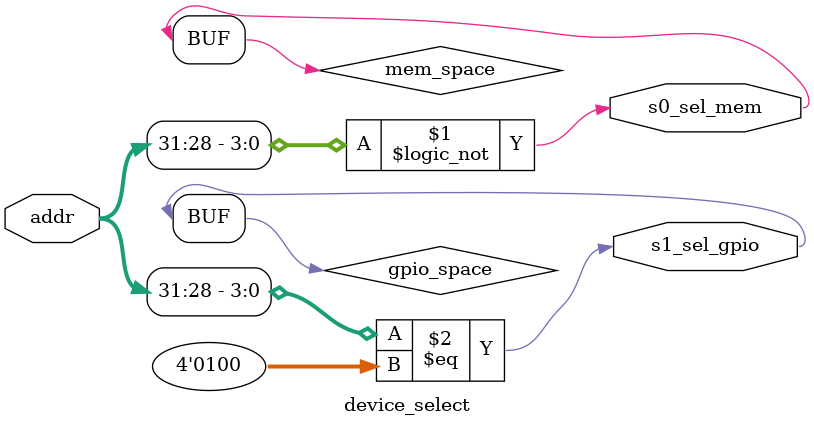
<source format=v>
module device_select (
    input [31:0] addr,
    output s0_sel_mem,
    output s1_sel_gpio
);


  wire mem_space = (addr[31:28] == 4'h0);
  wire gpio_space = (addr[31:28] == 4'h4);

  assign s0_sel_mem  = mem_space;
  assign s1_sel_gpio = gpio_space;

endmodule

</source>
